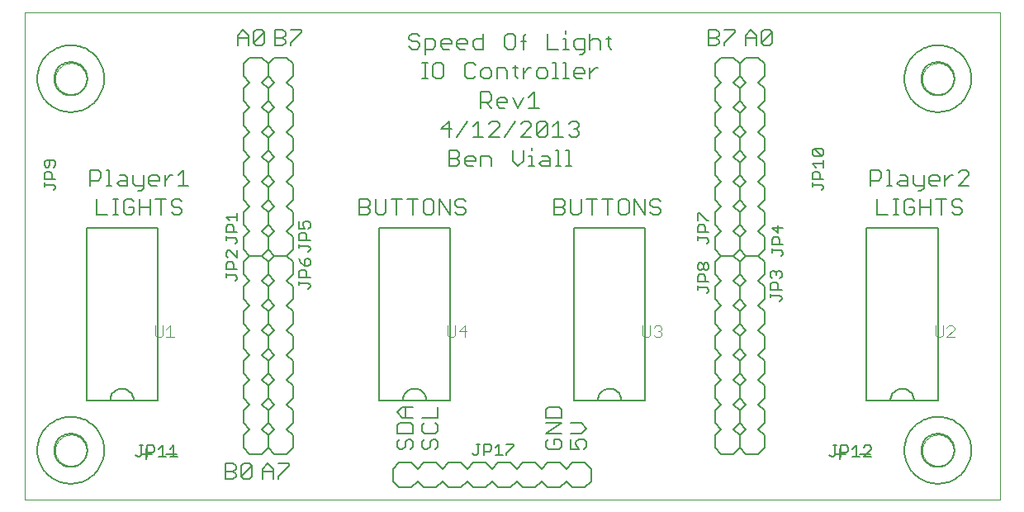
<source format=gto>
G75*
G70*
%OFA0B0*%
%FSLAX24Y24*%
%IPPOS*%
%LPD*%
%AMOC8*
5,1,8,0,0,1.08239X$1,22.5*
%
%ADD10C,0.0000*%
%ADD11C,0.0060*%
%ADD12C,0.0080*%
%ADD13C,0.0050*%
%ADD14C,0.0040*%
D10*
X000190Y000180D02*
X039561Y000180D01*
X039561Y019865D01*
X000190Y019865D01*
X000190Y000180D01*
X001431Y002180D02*
X001433Y002230D01*
X001439Y002280D01*
X001449Y002329D01*
X001463Y002377D01*
X001480Y002424D01*
X001501Y002469D01*
X001526Y002513D01*
X001554Y002554D01*
X001586Y002593D01*
X001620Y002630D01*
X001657Y002664D01*
X001697Y002694D01*
X001739Y002721D01*
X001783Y002745D01*
X001829Y002766D01*
X001876Y002782D01*
X001924Y002795D01*
X001974Y002804D01*
X002023Y002809D01*
X002074Y002810D01*
X002124Y002807D01*
X002173Y002800D01*
X002222Y002789D01*
X002270Y002774D01*
X002316Y002756D01*
X002361Y002734D01*
X002404Y002708D01*
X002445Y002679D01*
X002484Y002647D01*
X002520Y002612D01*
X002552Y002574D01*
X002582Y002534D01*
X002609Y002491D01*
X002632Y002447D01*
X002651Y002401D01*
X002667Y002353D01*
X002679Y002304D01*
X002687Y002255D01*
X002691Y002205D01*
X002691Y002155D01*
X002687Y002105D01*
X002679Y002056D01*
X002667Y002007D01*
X002651Y001959D01*
X002632Y001913D01*
X002609Y001869D01*
X002582Y001826D01*
X002552Y001786D01*
X002520Y001748D01*
X002484Y001713D01*
X002445Y001681D01*
X002404Y001652D01*
X002361Y001626D01*
X002316Y001604D01*
X002270Y001586D01*
X002222Y001571D01*
X002173Y001560D01*
X002124Y001553D01*
X002074Y001550D01*
X002023Y001551D01*
X001974Y001556D01*
X001924Y001565D01*
X001876Y001578D01*
X001829Y001594D01*
X001783Y001615D01*
X001739Y001639D01*
X001697Y001666D01*
X001657Y001696D01*
X001620Y001730D01*
X001586Y001767D01*
X001554Y001806D01*
X001526Y001847D01*
X001501Y001891D01*
X001480Y001936D01*
X001463Y001983D01*
X001449Y002031D01*
X001439Y002080D01*
X001433Y002130D01*
X001431Y002180D01*
X001431Y017180D02*
X001433Y017230D01*
X001439Y017280D01*
X001449Y017329D01*
X001463Y017377D01*
X001480Y017424D01*
X001501Y017469D01*
X001526Y017513D01*
X001554Y017554D01*
X001586Y017593D01*
X001620Y017630D01*
X001657Y017664D01*
X001697Y017694D01*
X001739Y017721D01*
X001783Y017745D01*
X001829Y017766D01*
X001876Y017782D01*
X001924Y017795D01*
X001974Y017804D01*
X002023Y017809D01*
X002074Y017810D01*
X002124Y017807D01*
X002173Y017800D01*
X002222Y017789D01*
X002270Y017774D01*
X002316Y017756D01*
X002361Y017734D01*
X002404Y017708D01*
X002445Y017679D01*
X002484Y017647D01*
X002520Y017612D01*
X002552Y017574D01*
X002582Y017534D01*
X002609Y017491D01*
X002632Y017447D01*
X002651Y017401D01*
X002667Y017353D01*
X002679Y017304D01*
X002687Y017255D01*
X002691Y017205D01*
X002691Y017155D01*
X002687Y017105D01*
X002679Y017056D01*
X002667Y017007D01*
X002651Y016959D01*
X002632Y016913D01*
X002609Y016869D01*
X002582Y016826D01*
X002552Y016786D01*
X002520Y016748D01*
X002484Y016713D01*
X002445Y016681D01*
X002404Y016652D01*
X002361Y016626D01*
X002316Y016604D01*
X002270Y016586D01*
X002222Y016571D01*
X002173Y016560D01*
X002124Y016553D01*
X002074Y016550D01*
X002023Y016551D01*
X001974Y016556D01*
X001924Y016565D01*
X001876Y016578D01*
X001829Y016594D01*
X001783Y016615D01*
X001739Y016639D01*
X001697Y016666D01*
X001657Y016696D01*
X001620Y016730D01*
X001586Y016767D01*
X001554Y016806D01*
X001526Y016847D01*
X001501Y016891D01*
X001480Y016936D01*
X001463Y016983D01*
X001449Y017031D01*
X001439Y017080D01*
X001433Y017130D01*
X001431Y017180D01*
X036431Y017180D02*
X036433Y017230D01*
X036439Y017280D01*
X036449Y017329D01*
X036463Y017377D01*
X036480Y017424D01*
X036501Y017469D01*
X036526Y017513D01*
X036554Y017554D01*
X036586Y017593D01*
X036620Y017630D01*
X036657Y017664D01*
X036697Y017694D01*
X036739Y017721D01*
X036783Y017745D01*
X036829Y017766D01*
X036876Y017782D01*
X036924Y017795D01*
X036974Y017804D01*
X037023Y017809D01*
X037074Y017810D01*
X037124Y017807D01*
X037173Y017800D01*
X037222Y017789D01*
X037270Y017774D01*
X037316Y017756D01*
X037361Y017734D01*
X037404Y017708D01*
X037445Y017679D01*
X037484Y017647D01*
X037520Y017612D01*
X037552Y017574D01*
X037582Y017534D01*
X037609Y017491D01*
X037632Y017447D01*
X037651Y017401D01*
X037667Y017353D01*
X037679Y017304D01*
X037687Y017255D01*
X037691Y017205D01*
X037691Y017155D01*
X037687Y017105D01*
X037679Y017056D01*
X037667Y017007D01*
X037651Y016959D01*
X037632Y016913D01*
X037609Y016869D01*
X037582Y016826D01*
X037552Y016786D01*
X037520Y016748D01*
X037484Y016713D01*
X037445Y016681D01*
X037404Y016652D01*
X037361Y016626D01*
X037316Y016604D01*
X037270Y016586D01*
X037222Y016571D01*
X037173Y016560D01*
X037124Y016553D01*
X037074Y016550D01*
X037023Y016551D01*
X036974Y016556D01*
X036924Y016565D01*
X036876Y016578D01*
X036829Y016594D01*
X036783Y016615D01*
X036739Y016639D01*
X036697Y016666D01*
X036657Y016696D01*
X036620Y016730D01*
X036586Y016767D01*
X036554Y016806D01*
X036526Y016847D01*
X036501Y016891D01*
X036480Y016936D01*
X036463Y016983D01*
X036449Y017031D01*
X036439Y017080D01*
X036433Y017130D01*
X036431Y017180D01*
X036431Y002180D02*
X036433Y002230D01*
X036439Y002280D01*
X036449Y002329D01*
X036463Y002377D01*
X036480Y002424D01*
X036501Y002469D01*
X036526Y002513D01*
X036554Y002554D01*
X036586Y002593D01*
X036620Y002630D01*
X036657Y002664D01*
X036697Y002694D01*
X036739Y002721D01*
X036783Y002745D01*
X036829Y002766D01*
X036876Y002782D01*
X036924Y002795D01*
X036974Y002804D01*
X037023Y002809D01*
X037074Y002810D01*
X037124Y002807D01*
X037173Y002800D01*
X037222Y002789D01*
X037270Y002774D01*
X037316Y002756D01*
X037361Y002734D01*
X037404Y002708D01*
X037445Y002679D01*
X037484Y002647D01*
X037520Y002612D01*
X037552Y002574D01*
X037582Y002534D01*
X037609Y002491D01*
X037632Y002447D01*
X037651Y002401D01*
X037667Y002353D01*
X037679Y002304D01*
X037687Y002255D01*
X037691Y002205D01*
X037691Y002155D01*
X037687Y002105D01*
X037679Y002056D01*
X037667Y002007D01*
X037651Y001959D01*
X037632Y001913D01*
X037609Y001869D01*
X037582Y001826D01*
X037552Y001786D01*
X037520Y001748D01*
X037484Y001713D01*
X037445Y001681D01*
X037404Y001652D01*
X037361Y001626D01*
X037316Y001604D01*
X037270Y001586D01*
X037222Y001571D01*
X037173Y001560D01*
X037124Y001553D01*
X037074Y001550D01*
X037023Y001551D01*
X036974Y001556D01*
X036924Y001565D01*
X036876Y001578D01*
X036829Y001594D01*
X036783Y001615D01*
X036739Y001639D01*
X036697Y001666D01*
X036657Y001696D01*
X036620Y001730D01*
X036586Y001767D01*
X036554Y001806D01*
X036526Y001847D01*
X036501Y001891D01*
X036480Y001936D01*
X036463Y001983D01*
X036449Y002031D01*
X036439Y002080D01*
X036433Y002130D01*
X036431Y002180D01*
D11*
X035711Y002180D02*
X035713Y002253D01*
X035719Y002326D01*
X035729Y002398D01*
X035743Y002470D01*
X035760Y002541D01*
X035782Y002611D01*
X035807Y002680D01*
X035836Y002747D01*
X035868Y002812D01*
X035904Y002876D01*
X035944Y002938D01*
X035986Y002997D01*
X036032Y003054D01*
X036081Y003108D01*
X036133Y003160D01*
X036187Y003209D01*
X036244Y003255D01*
X036303Y003297D01*
X036365Y003337D01*
X036429Y003373D01*
X036494Y003405D01*
X036561Y003434D01*
X036630Y003459D01*
X036700Y003481D01*
X036771Y003498D01*
X036843Y003512D01*
X036915Y003522D01*
X036988Y003528D01*
X037061Y003530D01*
X037134Y003528D01*
X037207Y003522D01*
X037279Y003512D01*
X037351Y003498D01*
X037422Y003481D01*
X037492Y003459D01*
X037561Y003434D01*
X037628Y003405D01*
X037693Y003373D01*
X037757Y003337D01*
X037819Y003297D01*
X037878Y003255D01*
X037935Y003209D01*
X037989Y003160D01*
X038041Y003108D01*
X038090Y003054D01*
X038136Y002997D01*
X038178Y002938D01*
X038218Y002876D01*
X038254Y002812D01*
X038286Y002747D01*
X038315Y002680D01*
X038340Y002611D01*
X038362Y002541D01*
X038379Y002470D01*
X038393Y002398D01*
X038403Y002326D01*
X038409Y002253D01*
X038411Y002180D01*
X038409Y002107D01*
X038403Y002034D01*
X038393Y001962D01*
X038379Y001890D01*
X038362Y001819D01*
X038340Y001749D01*
X038315Y001680D01*
X038286Y001613D01*
X038254Y001548D01*
X038218Y001484D01*
X038178Y001422D01*
X038136Y001363D01*
X038090Y001306D01*
X038041Y001252D01*
X037989Y001200D01*
X037935Y001151D01*
X037878Y001105D01*
X037819Y001063D01*
X037757Y001023D01*
X037693Y000987D01*
X037628Y000955D01*
X037561Y000926D01*
X037492Y000901D01*
X037422Y000879D01*
X037351Y000862D01*
X037279Y000848D01*
X037207Y000838D01*
X037134Y000832D01*
X037061Y000830D01*
X036988Y000832D01*
X036915Y000838D01*
X036843Y000848D01*
X036771Y000862D01*
X036700Y000879D01*
X036630Y000901D01*
X036561Y000926D01*
X036494Y000955D01*
X036429Y000987D01*
X036365Y001023D01*
X036303Y001063D01*
X036244Y001105D01*
X036187Y001151D01*
X036133Y001200D01*
X036081Y001252D01*
X036032Y001306D01*
X035986Y001363D01*
X035944Y001422D01*
X035904Y001484D01*
X035868Y001548D01*
X035836Y001613D01*
X035807Y001680D01*
X035782Y001749D01*
X035760Y001819D01*
X035743Y001890D01*
X035729Y001962D01*
X035719Y002034D01*
X035713Y002107D01*
X035711Y002180D01*
X034325Y002030D02*
X033898Y002030D01*
X033325Y002030D02*
X032898Y002030D01*
X033112Y001817D02*
X033112Y002244D01*
X022881Y002317D02*
X022774Y002210D01*
X022881Y002317D02*
X022881Y002530D01*
X022774Y002637D01*
X022560Y002637D01*
X022454Y002530D01*
X022454Y002424D01*
X022560Y002210D01*
X022240Y002210D01*
X022240Y002637D01*
X022240Y002855D02*
X022667Y002855D01*
X022881Y003068D01*
X022667Y003282D01*
X022240Y003282D01*
X021881Y003282D02*
X021240Y003282D01*
X021240Y003499D02*
X021240Y003819D01*
X021347Y003926D01*
X021774Y003926D01*
X021881Y003819D01*
X021881Y003499D01*
X021240Y003499D01*
X021240Y002855D02*
X021881Y003282D01*
X021881Y002855D02*
X021240Y002855D01*
X021347Y002637D02*
X021240Y002530D01*
X021240Y002317D01*
X021347Y002210D01*
X021774Y002210D01*
X021881Y002317D01*
X021881Y002530D01*
X021774Y002637D01*
X021560Y002637D01*
X021560Y002424D01*
X016881Y002530D02*
X016881Y002317D01*
X016774Y002210D01*
X016560Y002317D02*
X016560Y002530D01*
X016667Y002637D01*
X016774Y002637D01*
X016881Y002530D01*
X016560Y002317D02*
X016454Y002210D01*
X016347Y002210D01*
X016240Y002317D01*
X016240Y002530D01*
X016347Y002637D01*
X016347Y002855D02*
X016240Y002961D01*
X016240Y003175D01*
X016347Y003282D01*
X016240Y003499D02*
X016881Y003499D01*
X016881Y003926D01*
X016774Y003282D02*
X016881Y003175D01*
X016881Y002961D01*
X016774Y002855D01*
X016347Y002855D01*
X015881Y002855D02*
X015881Y003175D01*
X015774Y003282D01*
X015347Y003282D01*
X015240Y003175D01*
X015240Y002855D01*
X015881Y002855D01*
X015774Y002637D02*
X015881Y002530D01*
X015881Y002317D01*
X015774Y002210D01*
X015560Y002317D02*
X015560Y002530D01*
X015667Y002637D01*
X015774Y002637D01*
X015347Y002637D02*
X015240Y002530D01*
X015240Y002317D01*
X015347Y002210D01*
X015454Y002210D01*
X015560Y002317D01*
X015560Y003499D02*
X015560Y003926D01*
X015454Y003926D02*
X015881Y003926D01*
X015454Y003926D02*
X015240Y003713D01*
X015454Y003499D01*
X015881Y003499D01*
X010873Y001651D02*
X010873Y001544D01*
X010446Y001117D01*
X010446Y001010D01*
X010228Y001010D02*
X010228Y001437D01*
X010015Y001651D01*
X009801Y001437D01*
X009801Y001010D01*
X009801Y001330D02*
X010228Y001330D01*
X010446Y001651D02*
X010873Y001651D01*
X009373Y001544D02*
X009373Y001117D01*
X009266Y001010D01*
X009053Y001010D01*
X008946Y001117D01*
X009373Y001544D01*
X009266Y001651D01*
X009053Y001651D01*
X008946Y001544D01*
X008946Y001117D01*
X008728Y001117D02*
X008728Y001224D01*
X008622Y001330D01*
X008301Y001330D01*
X008301Y001010D02*
X008622Y001010D01*
X008728Y001117D01*
X008622Y001330D02*
X008728Y001437D01*
X008728Y001544D01*
X008622Y001651D01*
X008301Y001651D01*
X008301Y001010D01*
X006325Y002030D02*
X005898Y002030D01*
X005325Y002030D02*
X004898Y002030D01*
X005112Y001817D02*
X005112Y002244D01*
X000711Y002180D02*
X000713Y002253D01*
X000719Y002326D01*
X000729Y002398D01*
X000743Y002470D01*
X000760Y002541D01*
X000782Y002611D01*
X000807Y002680D01*
X000836Y002747D01*
X000868Y002812D01*
X000904Y002876D01*
X000944Y002938D01*
X000986Y002997D01*
X001032Y003054D01*
X001081Y003108D01*
X001133Y003160D01*
X001187Y003209D01*
X001244Y003255D01*
X001303Y003297D01*
X001365Y003337D01*
X001429Y003373D01*
X001494Y003405D01*
X001561Y003434D01*
X001630Y003459D01*
X001700Y003481D01*
X001771Y003498D01*
X001843Y003512D01*
X001915Y003522D01*
X001988Y003528D01*
X002061Y003530D01*
X002134Y003528D01*
X002207Y003522D01*
X002279Y003512D01*
X002351Y003498D01*
X002422Y003481D01*
X002492Y003459D01*
X002561Y003434D01*
X002628Y003405D01*
X002693Y003373D01*
X002757Y003337D01*
X002819Y003297D01*
X002878Y003255D01*
X002935Y003209D01*
X002989Y003160D01*
X003041Y003108D01*
X003090Y003054D01*
X003136Y002997D01*
X003178Y002938D01*
X003218Y002876D01*
X003254Y002812D01*
X003286Y002747D01*
X003315Y002680D01*
X003340Y002611D01*
X003362Y002541D01*
X003379Y002470D01*
X003393Y002398D01*
X003403Y002326D01*
X003409Y002253D01*
X003411Y002180D01*
X003409Y002107D01*
X003403Y002034D01*
X003393Y001962D01*
X003379Y001890D01*
X003362Y001819D01*
X003340Y001749D01*
X003315Y001680D01*
X003286Y001613D01*
X003254Y001548D01*
X003218Y001484D01*
X003178Y001422D01*
X003136Y001363D01*
X003090Y001306D01*
X003041Y001252D01*
X002989Y001200D01*
X002935Y001151D01*
X002878Y001105D01*
X002819Y001063D01*
X002757Y001023D01*
X002693Y000987D01*
X002628Y000955D01*
X002561Y000926D01*
X002492Y000901D01*
X002422Y000879D01*
X002351Y000862D01*
X002279Y000848D01*
X002207Y000838D01*
X002134Y000832D01*
X002061Y000830D01*
X001988Y000832D01*
X001915Y000838D01*
X001843Y000848D01*
X001771Y000862D01*
X001700Y000879D01*
X001630Y000901D01*
X001561Y000926D01*
X001494Y000955D01*
X001429Y000987D01*
X001365Y001023D01*
X001303Y001063D01*
X001244Y001105D01*
X001187Y001151D01*
X001133Y001200D01*
X001081Y001252D01*
X001032Y001306D01*
X000986Y001363D01*
X000944Y001422D01*
X000904Y001484D01*
X000868Y001548D01*
X000836Y001613D01*
X000807Y001680D01*
X000782Y001749D01*
X000760Y001819D01*
X000743Y001890D01*
X000729Y001962D01*
X000719Y002034D01*
X000713Y002107D01*
X000711Y002180D01*
X003119Y011671D02*
X003546Y011671D01*
X003763Y011671D02*
X003977Y011671D01*
X003870Y011671D02*
X003870Y012312D01*
X003763Y012312D02*
X003977Y012312D01*
X004193Y012205D02*
X004300Y012312D01*
X004513Y012312D01*
X004620Y012205D01*
X004620Y011991D02*
X004406Y011991D01*
X004620Y011991D02*
X004620Y011778D01*
X004513Y011671D01*
X004300Y011671D01*
X004193Y011778D01*
X004193Y012205D01*
X004837Y012312D02*
X004837Y011671D01*
X004837Y011991D02*
X005264Y011991D01*
X005264Y011671D02*
X005264Y012312D01*
X005482Y012312D02*
X005909Y012312D01*
X005696Y012312D02*
X005696Y011671D01*
X006127Y011778D02*
X006233Y011671D01*
X006447Y011671D01*
X006554Y011778D01*
X006554Y011885D01*
X006447Y011991D01*
X006233Y011991D01*
X006127Y012098D01*
X006127Y012205D01*
X006233Y012312D01*
X006447Y012312D01*
X006554Y012205D01*
X006609Y012852D02*
X006609Y013493D01*
X006395Y013279D01*
X006178Y013279D02*
X006072Y013279D01*
X005858Y013066D01*
X005858Y013279D02*
X005858Y012852D01*
X005640Y013066D02*
X005213Y013066D01*
X005213Y013172D02*
X005320Y013279D01*
X005534Y013279D01*
X005640Y013172D01*
X005640Y013066D01*
X005534Y012852D02*
X005320Y012852D01*
X005213Y012959D01*
X005213Y013172D01*
X004996Y013279D02*
X004996Y012745D01*
X004889Y012639D01*
X004782Y012639D01*
X004676Y012852D02*
X004996Y012852D01*
X004676Y012852D02*
X004569Y012959D01*
X004569Y013279D01*
X004351Y013172D02*
X004351Y012852D01*
X004031Y012852D01*
X003924Y012959D01*
X004031Y013066D01*
X004351Y013066D01*
X004351Y013172D02*
X004245Y013279D01*
X004031Y013279D01*
X003601Y013493D02*
X003601Y012852D01*
X003495Y012852D02*
X003708Y012852D01*
X003277Y013172D02*
X003170Y013066D01*
X002850Y013066D01*
X002850Y012852D02*
X002850Y013493D01*
X003170Y013493D01*
X003277Y013386D01*
X003277Y013172D01*
X003495Y013493D02*
X003601Y013493D01*
X003119Y012312D02*
X003119Y011671D01*
X006395Y012852D02*
X006822Y012852D01*
X013713Y012312D02*
X013713Y011671D01*
X014033Y011671D01*
X014140Y011778D01*
X014140Y011885D01*
X014033Y011991D01*
X013713Y011991D01*
X014033Y011991D02*
X014140Y012098D01*
X014140Y012205D01*
X014033Y012312D01*
X013713Y012312D01*
X014357Y012312D02*
X014357Y011778D01*
X014464Y011671D01*
X014677Y011671D01*
X014784Y011778D01*
X014784Y012312D01*
X015002Y012312D02*
X015429Y012312D01*
X015215Y012312D02*
X015215Y011671D01*
X015860Y011671D02*
X015860Y012312D01*
X016073Y012312D02*
X015646Y012312D01*
X016291Y012205D02*
X016291Y011778D01*
X016398Y011671D01*
X016611Y011671D01*
X016718Y011778D01*
X016718Y012205D01*
X016611Y012312D01*
X016398Y012312D01*
X016291Y012205D01*
X016935Y012312D02*
X016935Y011671D01*
X017362Y011671D02*
X017362Y012312D01*
X017580Y012205D02*
X017580Y012098D01*
X017687Y011991D01*
X017900Y011991D01*
X018007Y011885D01*
X018007Y011778D01*
X017900Y011671D01*
X017687Y011671D01*
X017580Y011778D01*
X017362Y011671D02*
X016935Y012312D01*
X017580Y012205D02*
X017687Y012312D01*
X017900Y012312D01*
X018007Y012205D01*
X018079Y013640D02*
X017972Y013746D01*
X017972Y013960D01*
X018079Y014067D01*
X018292Y014067D01*
X018399Y013960D01*
X018399Y013853D01*
X017972Y013853D01*
X017754Y013853D02*
X017754Y013746D01*
X017648Y013640D01*
X017327Y013640D01*
X017327Y014280D01*
X017648Y014280D01*
X017754Y014173D01*
X017754Y014067D01*
X017648Y013960D01*
X017327Y013960D01*
X017648Y013960D02*
X017754Y013853D01*
X018079Y013640D02*
X018292Y013640D01*
X018616Y013640D02*
X018616Y014067D01*
X018937Y014067D01*
X019043Y013960D01*
X019043Y013640D01*
X019906Y013853D02*
X019906Y014280D01*
X020333Y014280D02*
X020333Y013853D01*
X020119Y013640D01*
X019906Y013853D01*
X020550Y013640D02*
X020764Y013640D01*
X020657Y013640D02*
X020657Y014067D01*
X020550Y014067D01*
X020657Y014280D02*
X020657Y014387D01*
X020655Y014821D02*
X020228Y014821D01*
X020655Y015248D01*
X020655Y015354D01*
X020548Y015461D01*
X020335Y015461D01*
X020228Y015354D01*
X020010Y015461D02*
X019583Y014821D01*
X019366Y014821D02*
X018939Y014821D01*
X019366Y015248D01*
X019366Y015354D01*
X019259Y015461D01*
X019045Y015461D01*
X018939Y015354D01*
X018508Y015461D02*
X018508Y014821D01*
X018721Y014821D02*
X018294Y014821D01*
X017650Y014821D02*
X018077Y015461D01*
X018294Y015248D02*
X018508Y015461D01*
X018616Y016002D02*
X018616Y016642D01*
X018937Y016642D01*
X019043Y016536D01*
X019043Y016322D01*
X018937Y016215D01*
X018616Y016215D01*
X018830Y016215D02*
X019043Y016002D01*
X019261Y016108D02*
X019261Y016322D01*
X019368Y016429D01*
X019581Y016429D01*
X019688Y016322D01*
X019688Y016215D01*
X019261Y016215D01*
X019261Y016108D02*
X019368Y016002D01*
X019581Y016002D01*
X019906Y016429D02*
X020119Y016002D01*
X020333Y016429D01*
X020550Y016429D02*
X020764Y016642D01*
X020764Y016002D01*
X020977Y016002D02*
X020550Y016002D01*
X020979Y015461D02*
X021193Y015461D01*
X021299Y015354D01*
X020872Y014927D01*
X020979Y014821D01*
X021193Y014821D01*
X021299Y014927D01*
X021299Y015354D01*
X021517Y015248D02*
X021730Y015461D01*
X021730Y014821D01*
X021517Y014821D02*
X021944Y014821D01*
X022161Y014927D02*
X022268Y014821D01*
X022482Y014821D01*
X022588Y014927D01*
X022588Y015034D01*
X022482Y015141D01*
X022375Y015141D01*
X022482Y015141D02*
X022588Y015248D01*
X022588Y015354D01*
X022482Y015461D01*
X022268Y015461D01*
X022161Y015354D01*
X020979Y015461D02*
X020872Y015354D01*
X020872Y014927D01*
X021624Y014280D02*
X021731Y014280D01*
X021731Y013640D01*
X021624Y013640D02*
X021838Y013640D01*
X022054Y013640D02*
X022268Y013640D01*
X022161Y013640D02*
X022161Y014280D01*
X022054Y014280D01*
X021407Y013960D02*
X021407Y013640D01*
X021087Y013640D01*
X020980Y013746D01*
X021087Y013853D01*
X021407Y013853D01*
X021407Y013960D02*
X021300Y014067D01*
X021087Y014067D01*
X021587Y012312D02*
X021907Y012312D01*
X022014Y012205D01*
X022014Y012098D01*
X021907Y011991D01*
X021587Y011991D01*
X021907Y011991D02*
X022014Y011885D01*
X022014Y011778D01*
X021907Y011671D01*
X021587Y011671D01*
X021587Y012312D01*
X022231Y012312D02*
X022231Y011778D01*
X022338Y011671D01*
X022551Y011671D01*
X022658Y011778D01*
X022658Y012312D01*
X022876Y012312D02*
X023303Y012312D01*
X023089Y012312D02*
X023089Y011671D01*
X023734Y011671D02*
X023734Y012312D01*
X023947Y012312D02*
X023520Y012312D01*
X024165Y012205D02*
X024165Y011778D01*
X024272Y011671D01*
X024485Y011671D01*
X024592Y011778D01*
X024592Y012205D01*
X024485Y012312D01*
X024272Y012312D01*
X024165Y012205D01*
X024809Y012312D02*
X024809Y011671D01*
X025236Y011671D02*
X025236Y012312D01*
X025454Y012205D02*
X025454Y012098D01*
X025561Y011991D01*
X025774Y011991D01*
X025881Y011885D01*
X025881Y011778D01*
X025774Y011671D01*
X025561Y011671D01*
X025454Y011778D01*
X025236Y011671D02*
X024809Y012312D01*
X025454Y012205D02*
X025561Y012312D01*
X025774Y012312D01*
X025881Y012205D01*
X034346Y012852D02*
X034346Y013493D01*
X034666Y013493D01*
X034773Y013386D01*
X034773Y013172D01*
X034666Y013066D01*
X034346Y013066D01*
X034991Y012852D02*
X035204Y012852D01*
X035097Y012852D02*
X035097Y013493D01*
X034991Y013493D01*
X035527Y013279D02*
X035741Y013279D01*
X035847Y013172D01*
X035847Y012852D01*
X035527Y012852D01*
X035420Y012959D01*
X035527Y013066D01*
X035847Y013066D01*
X036065Y012959D02*
X036172Y012852D01*
X036492Y012852D01*
X036492Y012745D02*
X036385Y012639D01*
X036278Y012639D01*
X036492Y012745D02*
X036492Y013279D01*
X036710Y013172D02*
X036816Y013279D01*
X037030Y013279D01*
X037137Y013172D01*
X037137Y013066D01*
X036710Y013066D01*
X036710Y013172D02*
X036710Y012959D01*
X036816Y012852D01*
X037030Y012852D01*
X037354Y012852D02*
X037354Y013279D01*
X037354Y013066D02*
X037568Y013279D01*
X037674Y013279D01*
X037891Y013386D02*
X037998Y013493D01*
X038211Y013493D01*
X038318Y013386D01*
X038318Y013279D01*
X037891Y012852D01*
X038318Y012852D01*
X037943Y012312D02*
X037729Y012312D01*
X037623Y012205D01*
X037623Y012098D01*
X037729Y011991D01*
X037943Y011991D01*
X038050Y011885D01*
X038050Y011778D01*
X037943Y011671D01*
X037729Y011671D01*
X037623Y011778D01*
X037192Y011671D02*
X037192Y012312D01*
X037405Y012312D02*
X036978Y012312D01*
X036761Y012312D02*
X036761Y011671D01*
X036761Y011991D02*
X036334Y011991D01*
X036116Y011991D02*
X036116Y011778D01*
X036009Y011671D01*
X035796Y011671D01*
X035689Y011778D01*
X035689Y012205D01*
X035796Y012312D01*
X036009Y012312D01*
X036116Y012205D01*
X036116Y011991D02*
X035902Y011991D01*
X035473Y011671D02*
X035259Y011671D01*
X035366Y011671D02*
X035366Y012312D01*
X035259Y012312D02*
X035473Y012312D01*
X034615Y012312D02*
X034615Y011671D01*
X035042Y011671D01*
X036334Y011671D02*
X036334Y012312D01*
X036065Y012959D02*
X036065Y013279D01*
X037943Y012312D02*
X038050Y012205D01*
X035711Y017180D02*
X035713Y017253D01*
X035719Y017326D01*
X035729Y017398D01*
X035743Y017470D01*
X035760Y017541D01*
X035782Y017611D01*
X035807Y017680D01*
X035836Y017747D01*
X035868Y017812D01*
X035904Y017876D01*
X035944Y017938D01*
X035986Y017997D01*
X036032Y018054D01*
X036081Y018108D01*
X036133Y018160D01*
X036187Y018209D01*
X036244Y018255D01*
X036303Y018297D01*
X036365Y018337D01*
X036429Y018373D01*
X036494Y018405D01*
X036561Y018434D01*
X036630Y018459D01*
X036700Y018481D01*
X036771Y018498D01*
X036843Y018512D01*
X036915Y018522D01*
X036988Y018528D01*
X037061Y018530D01*
X037134Y018528D01*
X037207Y018522D01*
X037279Y018512D01*
X037351Y018498D01*
X037422Y018481D01*
X037492Y018459D01*
X037561Y018434D01*
X037628Y018405D01*
X037693Y018373D01*
X037757Y018337D01*
X037819Y018297D01*
X037878Y018255D01*
X037935Y018209D01*
X037989Y018160D01*
X038041Y018108D01*
X038090Y018054D01*
X038136Y017997D01*
X038178Y017938D01*
X038218Y017876D01*
X038254Y017812D01*
X038286Y017747D01*
X038315Y017680D01*
X038340Y017611D01*
X038362Y017541D01*
X038379Y017470D01*
X038393Y017398D01*
X038403Y017326D01*
X038409Y017253D01*
X038411Y017180D01*
X038409Y017107D01*
X038403Y017034D01*
X038393Y016962D01*
X038379Y016890D01*
X038362Y016819D01*
X038340Y016749D01*
X038315Y016680D01*
X038286Y016613D01*
X038254Y016548D01*
X038218Y016484D01*
X038178Y016422D01*
X038136Y016363D01*
X038090Y016306D01*
X038041Y016252D01*
X037989Y016200D01*
X037935Y016151D01*
X037878Y016105D01*
X037819Y016063D01*
X037757Y016023D01*
X037693Y015987D01*
X037628Y015955D01*
X037561Y015926D01*
X037492Y015901D01*
X037422Y015879D01*
X037351Y015862D01*
X037279Y015848D01*
X037207Y015838D01*
X037134Y015832D01*
X037061Y015830D01*
X036988Y015832D01*
X036915Y015838D01*
X036843Y015848D01*
X036771Y015862D01*
X036700Y015879D01*
X036630Y015901D01*
X036561Y015926D01*
X036494Y015955D01*
X036429Y015987D01*
X036365Y016023D01*
X036303Y016063D01*
X036244Y016105D01*
X036187Y016151D01*
X036133Y016200D01*
X036081Y016252D01*
X036032Y016306D01*
X035986Y016363D01*
X035944Y016422D01*
X035904Y016484D01*
X035868Y016548D01*
X035836Y016613D01*
X035807Y016680D01*
X035782Y016749D01*
X035760Y016819D01*
X035743Y016890D01*
X035729Y016962D01*
X035719Y017034D01*
X035713Y017107D01*
X035711Y017180D01*
X030373Y018617D02*
X030266Y018510D01*
X030053Y018510D01*
X029946Y018617D01*
X030373Y019044D01*
X030373Y018617D01*
X029946Y018617D02*
X029946Y019044D01*
X030053Y019151D01*
X030266Y019151D01*
X030373Y019044D01*
X029728Y018937D02*
X029728Y018510D01*
X029728Y018830D02*
X029301Y018830D01*
X029301Y018937D02*
X029301Y018510D01*
X029301Y018937D02*
X029515Y019151D01*
X029728Y018937D01*
X028873Y019044D02*
X028446Y018617D01*
X028446Y018510D01*
X028228Y018617D02*
X028122Y018510D01*
X027801Y018510D01*
X027801Y019151D01*
X028122Y019151D01*
X028228Y019044D01*
X028228Y018937D01*
X028122Y018830D01*
X027801Y018830D01*
X028122Y018830D02*
X028228Y018724D01*
X028228Y018617D01*
X028446Y019151D02*
X028873Y019151D01*
X028873Y019044D01*
X023879Y018791D02*
X023665Y018791D01*
X023772Y018898D02*
X023772Y018471D01*
X023879Y018364D01*
X023448Y018364D02*
X023448Y018684D01*
X023341Y018791D01*
X023128Y018791D01*
X023021Y018684D01*
X022803Y018791D02*
X022483Y018791D01*
X022376Y018684D01*
X022376Y018471D01*
X022483Y018364D01*
X022803Y018364D01*
X022803Y018257D02*
X022803Y018791D01*
X023021Y019004D02*
X023021Y018364D01*
X022803Y018257D02*
X022697Y018150D01*
X022590Y018150D01*
X022160Y018364D02*
X021947Y018364D01*
X022053Y018364D02*
X022053Y018791D01*
X021947Y018791D01*
X022053Y019004D02*
X022053Y019111D01*
X021302Y019004D02*
X021302Y018364D01*
X021729Y018364D01*
X021624Y017823D02*
X021624Y017183D01*
X021730Y017183D02*
X021517Y017183D01*
X021299Y017290D02*
X021299Y017503D01*
X021193Y017610D01*
X020979Y017610D01*
X020872Y017503D01*
X020872Y017290D01*
X020979Y017183D01*
X021193Y017183D01*
X021299Y017290D01*
X021517Y017823D02*
X021624Y017823D01*
X021947Y017823D02*
X022053Y017823D01*
X022053Y017183D01*
X021947Y017183D02*
X022160Y017183D01*
X022376Y017290D02*
X022376Y017503D01*
X022483Y017610D01*
X022697Y017610D01*
X022803Y017503D01*
X022803Y017396D01*
X022376Y017396D01*
X022376Y017290D02*
X022483Y017183D01*
X022697Y017183D01*
X023021Y017183D02*
X023021Y017610D01*
X023234Y017610D02*
X023021Y017396D01*
X023234Y017610D02*
X023341Y017610D01*
X020655Y017610D02*
X020549Y017610D01*
X020335Y017396D01*
X020335Y017183D02*
X020335Y017610D01*
X020119Y017610D02*
X019906Y017610D01*
X020012Y017717D02*
X020012Y017290D01*
X020119Y017183D01*
X019688Y017183D02*
X019688Y017503D01*
X019581Y017610D01*
X019261Y017610D01*
X019261Y017183D01*
X019043Y017290D02*
X019043Y017503D01*
X018937Y017610D01*
X018723Y017610D01*
X018616Y017503D01*
X018616Y017290D01*
X018723Y017183D01*
X018937Y017183D01*
X019043Y017290D01*
X018399Y017290D02*
X018292Y017183D01*
X018079Y017183D01*
X017972Y017290D01*
X017972Y017717D01*
X018079Y017823D01*
X018292Y017823D01*
X018399Y017717D01*
X018401Y018364D02*
X018294Y018471D01*
X018294Y018684D01*
X018401Y018791D01*
X018721Y018791D01*
X018721Y019004D02*
X018721Y018364D01*
X018401Y018364D01*
X018077Y018577D02*
X017650Y018577D01*
X017650Y018471D02*
X017650Y018684D01*
X017756Y018791D01*
X017970Y018791D01*
X018077Y018684D01*
X018077Y018577D01*
X017970Y018364D02*
X017756Y018364D01*
X017650Y018471D01*
X017432Y018577D02*
X017432Y018684D01*
X017325Y018791D01*
X017112Y018791D01*
X017005Y018684D01*
X017005Y018471D01*
X017112Y018364D01*
X017325Y018364D01*
X017432Y018577D02*
X017005Y018577D01*
X016788Y018471D02*
X016681Y018364D01*
X016360Y018364D01*
X016360Y018150D02*
X016360Y018791D01*
X016681Y018791D01*
X016788Y018684D01*
X016788Y018471D01*
X016143Y018471D02*
X016036Y018364D01*
X015823Y018364D01*
X015716Y018471D01*
X015823Y018684D02*
X016036Y018684D01*
X016143Y018577D01*
X016143Y018471D01*
X015823Y018684D02*
X015716Y018791D01*
X015716Y018898D01*
X015823Y019004D01*
X016036Y019004D01*
X016143Y018898D01*
X016253Y017823D02*
X016467Y017823D01*
X016360Y017823D02*
X016360Y017183D01*
X016253Y017183D02*
X016467Y017183D01*
X016683Y017290D02*
X016790Y017183D01*
X017003Y017183D01*
X017110Y017290D01*
X017110Y017717D01*
X017003Y017823D01*
X016790Y017823D01*
X016683Y017717D01*
X016683Y017290D01*
X019583Y018471D02*
X019583Y018898D01*
X019690Y019004D01*
X019904Y019004D01*
X020010Y018898D01*
X020010Y018471D01*
X019904Y018364D01*
X019690Y018364D01*
X019583Y018471D01*
X020228Y018684D02*
X020441Y018684D01*
X020335Y018898D02*
X020441Y019004D01*
X020335Y018898D02*
X020335Y018364D01*
X017325Y015461D02*
X017005Y015141D01*
X017432Y015141D01*
X017325Y014821D02*
X017325Y015461D01*
X011373Y019044D02*
X010946Y018617D01*
X010946Y018510D01*
X010728Y018617D02*
X010728Y018724D01*
X010622Y018830D01*
X010301Y018830D01*
X010301Y018510D02*
X010622Y018510D01*
X010728Y018617D01*
X010622Y018830D02*
X010728Y018937D01*
X010728Y019044D01*
X010622Y019151D01*
X010301Y019151D01*
X010301Y018510D01*
X009873Y018617D02*
X009766Y018510D01*
X009553Y018510D01*
X009446Y018617D01*
X009873Y019044D01*
X009873Y018617D01*
X009446Y018617D02*
X009446Y019044D01*
X009553Y019151D01*
X009766Y019151D01*
X009873Y019044D01*
X009228Y018937D02*
X009228Y018510D01*
X009228Y018830D02*
X008801Y018830D01*
X008801Y018937D02*
X008801Y018510D01*
X008801Y018937D02*
X009015Y019151D01*
X009228Y018937D01*
X010946Y019151D02*
X011373Y019151D01*
X011373Y019044D01*
X000711Y017180D02*
X000713Y017253D01*
X000719Y017326D01*
X000729Y017398D01*
X000743Y017470D01*
X000760Y017541D01*
X000782Y017611D01*
X000807Y017680D01*
X000836Y017747D01*
X000868Y017812D01*
X000904Y017876D01*
X000944Y017938D01*
X000986Y017997D01*
X001032Y018054D01*
X001081Y018108D01*
X001133Y018160D01*
X001187Y018209D01*
X001244Y018255D01*
X001303Y018297D01*
X001365Y018337D01*
X001429Y018373D01*
X001494Y018405D01*
X001561Y018434D01*
X001630Y018459D01*
X001700Y018481D01*
X001771Y018498D01*
X001843Y018512D01*
X001915Y018522D01*
X001988Y018528D01*
X002061Y018530D01*
X002134Y018528D01*
X002207Y018522D01*
X002279Y018512D01*
X002351Y018498D01*
X002422Y018481D01*
X002492Y018459D01*
X002561Y018434D01*
X002628Y018405D01*
X002693Y018373D01*
X002757Y018337D01*
X002819Y018297D01*
X002878Y018255D01*
X002935Y018209D01*
X002989Y018160D01*
X003041Y018108D01*
X003090Y018054D01*
X003136Y017997D01*
X003178Y017938D01*
X003218Y017876D01*
X003254Y017812D01*
X003286Y017747D01*
X003315Y017680D01*
X003340Y017611D01*
X003362Y017541D01*
X003379Y017470D01*
X003393Y017398D01*
X003403Y017326D01*
X003409Y017253D01*
X003411Y017180D01*
X003409Y017107D01*
X003403Y017034D01*
X003393Y016962D01*
X003379Y016890D01*
X003362Y016819D01*
X003340Y016749D01*
X003315Y016680D01*
X003286Y016613D01*
X003254Y016548D01*
X003218Y016484D01*
X003178Y016422D01*
X003136Y016363D01*
X003090Y016306D01*
X003041Y016252D01*
X002989Y016200D01*
X002935Y016151D01*
X002878Y016105D01*
X002819Y016063D01*
X002757Y016023D01*
X002693Y015987D01*
X002628Y015955D01*
X002561Y015926D01*
X002492Y015901D01*
X002422Y015879D01*
X002351Y015862D01*
X002279Y015848D01*
X002207Y015838D01*
X002134Y015832D01*
X002061Y015830D01*
X001988Y015832D01*
X001915Y015838D01*
X001843Y015848D01*
X001771Y015862D01*
X001700Y015879D01*
X001630Y015901D01*
X001561Y015926D01*
X001494Y015955D01*
X001429Y015987D01*
X001365Y016023D01*
X001303Y016063D01*
X001244Y016105D01*
X001187Y016151D01*
X001133Y016200D01*
X001081Y016252D01*
X001032Y016306D01*
X000986Y016363D01*
X000944Y016422D01*
X000904Y016484D01*
X000868Y016548D01*
X000836Y016613D01*
X000807Y016680D01*
X000782Y016749D01*
X000760Y016819D01*
X000743Y016890D01*
X000729Y016962D01*
X000719Y017034D01*
X000713Y017107D01*
X000711Y017180D01*
D12*
X001392Y017180D02*
X001394Y017231D01*
X001400Y017282D01*
X001410Y017332D01*
X001423Y017382D01*
X001441Y017430D01*
X001461Y017477D01*
X001486Y017522D01*
X001514Y017565D01*
X001545Y017606D01*
X001579Y017644D01*
X001616Y017679D01*
X001655Y017712D01*
X001697Y017742D01*
X001741Y017768D01*
X001787Y017790D01*
X001835Y017810D01*
X001884Y017825D01*
X001934Y017837D01*
X001984Y017845D01*
X002035Y017849D01*
X002087Y017849D01*
X002138Y017845D01*
X002188Y017837D01*
X002238Y017825D01*
X002287Y017810D01*
X002335Y017790D01*
X002381Y017768D01*
X002425Y017742D01*
X002467Y017712D01*
X002506Y017679D01*
X002543Y017644D01*
X002577Y017606D01*
X002608Y017565D01*
X002636Y017522D01*
X002661Y017477D01*
X002681Y017430D01*
X002699Y017382D01*
X002712Y017332D01*
X002722Y017282D01*
X002728Y017231D01*
X002730Y017180D01*
X002728Y017129D01*
X002722Y017078D01*
X002712Y017028D01*
X002699Y016978D01*
X002681Y016930D01*
X002661Y016883D01*
X002636Y016838D01*
X002608Y016795D01*
X002577Y016754D01*
X002543Y016716D01*
X002506Y016681D01*
X002467Y016648D01*
X002425Y016618D01*
X002381Y016592D01*
X002335Y016570D01*
X002287Y016550D01*
X002238Y016535D01*
X002188Y016523D01*
X002138Y016515D01*
X002087Y016511D01*
X002035Y016511D01*
X001984Y016515D01*
X001934Y016523D01*
X001884Y016535D01*
X001835Y016550D01*
X001787Y016570D01*
X001741Y016592D01*
X001697Y016618D01*
X001655Y016648D01*
X001616Y016681D01*
X001579Y016716D01*
X001545Y016754D01*
X001514Y016795D01*
X001486Y016838D01*
X001461Y016883D01*
X001441Y016930D01*
X001423Y016978D01*
X001410Y017028D01*
X001400Y017078D01*
X001394Y017129D01*
X001392Y017180D01*
X009033Y017273D02*
X009283Y017023D01*
X009033Y016773D01*
X009033Y016273D01*
X009283Y016023D01*
X009033Y015773D01*
X009033Y015273D01*
X009283Y015023D01*
X009033Y014773D01*
X009033Y014273D01*
X009283Y014023D01*
X009033Y013773D01*
X009033Y013273D01*
X009283Y013023D01*
X009033Y012773D01*
X009033Y012273D01*
X009283Y012023D01*
X009033Y011773D01*
X009033Y011273D01*
X009283Y011023D01*
X009033Y010773D01*
X009033Y010273D01*
X009283Y010023D01*
X009033Y009773D01*
X009033Y009273D01*
X009283Y009023D01*
X009033Y008773D01*
X009033Y008273D01*
X009283Y008023D01*
X009033Y007773D01*
X009033Y007273D01*
X009283Y007023D01*
X009033Y006773D01*
X009033Y006273D01*
X009283Y006023D01*
X009033Y005773D01*
X009033Y005273D01*
X009283Y005023D01*
X009033Y004773D01*
X009033Y004273D01*
X009283Y004023D01*
X009033Y003773D01*
X009033Y003273D01*
X009283Y003023D01*
X009033Y002773D01*
X009033Y002273D01*
X009283Y002023D01*
X009783Y002023D01*
X010033Y002273D01*
X010283Y002023D01*
X010783Y002023D01*
X011033Y002273D01*
X011033Y002773D01*
X010783Y003023D01*
X011033Y003273D01*
X011033Y003773D01*
X010783Y004023D01*
X011033Y004273D01*
X011033Y004773D01*
X010783Y005023D01*
X011033Y005273D01*
X011033Y005773D01*
X010783Y006023D01*
X011033Y006273D01*
X011033Y006773D01*
X010783Y007023D01*
X011033Y007273D01*
X011033Y007773D01*
X010783Y008023D01*
X011033Y008273D01*
X011033Y008773D01*
X010783Y009023D01*
X011033Y009273D01*
X011033Y009773D01*
X010783Y010023D01*
X010283Y010023D01*
X010033Y009773D01*
X010033Y009273D01*
X010283Y009023D01*
X010033Y008773D01*
X010033Y008273D01*
X010283Y008023D01*
X010033Y007773D01*
X010033Y007273D01*
X010283Y007023D01*
X010033Y006773D01*
X010033Y006273D01*
X010283Y006023D01*
X010033Y005773D01*
X010033Y005273D01*
X010283Y005023D01*
X010033Y004773D01*
X010033Y004273D01*
X010283Y004023D01*
X010033Y003773D01*
X010033Y003273D01*
X010283Y003023D01*
X010033Y002773D01*
X010033Y002273D01*
X010033Y002773D01*
X009783Y003023D01*
X010033Y003273D01*
X010033Y003773D01*
X009783Y004023D01*
X010033Y004273D01*
X010033Y004773D01*
X009783Y005023D01*
X010033Y005273D01*
X010033Y005773D01*
X009783Y006023D01*
X010033Y006273D01*
X010033Y006773D01*
X009783Y007023D01*
X010033Y007273D01*
X010033Y007773D01*
X009783Y008023D01*
X010033Y008273D01*
X010033Y008773D01*
X009783Y009023D01*
X010033Y009273D01*
X010033Y009773D01*
X009783Y010023D01*
X009283Y010023D01*
X009783Y010023D01*
X010033Y010273D01*
X010033Y010773D01*
X010283Y011023D01*
X010033Y011273D01*
X010033Y011773D01*
X010283Y012023D01*
X010033Y012273D01*
X010033Y012773D01*
X010283Y013023D01*
X010033Y013273D01*
X010033Y013773D01*
X010283Y014023D01*
X010033Y014273D01*
X010033Y014773D01*
X010283Y015023D01*
X010033Y015273D01*
X010033Y015773D01*
X010283Y016023D01*
X010033Y016273D01*
X010033Y016773D01*
X010283Y017023D01*
X010033Y017273D01*
X010033Y017773D01*
X010283Y018023D01*
X010783Y018023D01*
X011033Y017773D01*
X011033Y017273D01*
X010783Y017023D01*
X011033Y016773D01*
X011033Y016273D01*
X010783Y016023D01*
X011033Y015773D01*
X011033Y015273D01*
X010783Y015023D01*
X011033Y014773D01*
X011033Y014273D01*
X010783Y014023D01*
X011033Y013773D01*
X011033Y013273D01*
X010783Y013023D01*
X011033Y012773D01*
X011033Y012273D01*
X010783Y012023D01*
X011033Y011773D01*
X011033Y011273D01*
X010783Y011023D01*
X011033Y010773D01*
X011033Y010273D01*
X010783Y010023D01*
X010283Y010023D01*
X010033Y010273D01*
X010033Y010773D01*
X009783Y011023D01*
X010033Y011273D01*
X010033Y011773D01*
X009783Y012023D01*
X010033Y012273D01*
X010033Y012773D01*
X009783Y013023D01*
X010033Y013273D01*
X010033Y013773D01*
X009783Y014023D01*
X010033Y014273D01*
X010033Y014773D01*
X009783Y015023D01*
X010033Y015273D01*
X010033Y015773D01*
X009783Y016023D01*
X010033Y016273D01*
X010033Y016773D01*
X009783Y017023D01*
X010033Y017273D01*
X010033Y017773D01*
X009783Y018023D01*
X009283Y018023D01*
X009033Y017773D01*
X009033Y017273D01*
X005564Y011164D02*
X002691Y011164D01*
X002691Y004196D01*
X005564Y004196D01*
X005564Y011164D01*
X014502Y011164D02*
X014502Y004196D01*
X017375Y004196D01*
X017375Y011164D01*
X014502Y011164D01*
X022376Y011164D02*
X022376Y004196D01*
X025249Y004196D01*
X025249Y011164D01*
X022376Y011164D01*
X028061Y011273D02*
X028061Y011773D01*
X028311Y012023D01*
X028061Y012273D01*
X028061Y012773D01*
X028311Y013023D01*
X028061Y013273D01*
X028061Y013773D01*
X028311Y014023D01*
X028061Y014273D01*
X028061Y014773D01*
X028311Y015023D01*
X028061Y015273D01*
X028061Y015773D01*
X028311Y016023D01*
X028061Y016273D01*
X028061Y016773D01*
X028311Y017023D01*
X028061Y017273D01*
X028061Y017773D01*
X028311Y018023D01*
X028811Y018023D01*
X029061Y017773D01*
X029061Y017273D01*
X028811Y017023D01*
X029061Y016773D01*
X029061Y016273D01*
X028811Y016023D01*
X029061Y015773D01*
X029061Y015273D01*
X028811Y015023D01*
X029061Y014773D01*
X029061Y014273D01*
X028811Y014023D01*
X029061Y013773D01*
X029061Y013273D01*
X028811Y013023D01*
X029061Y012773D01*
X029061Y012273D01*
X028811Y012023D01*
X029061Y011773D01*
X029061Y011273D01*
X028811Y011023D01*
X029061Y010773D01*
X029061Y010273D01*
X028811Y010023D01*
X029061Y009773D01*
X029061Y009273D01*
X028811Y009023D01*
X029061Y008773D01*
X029061Y008273D01*
X028811Y008023D01*
X029061Y007773D01*
X029061Y007273D01*
X028811Y007023D01*
X029061Y006773D01*
X029061Y006273D01*
X028811Y006023D01*
X029061Y005773D01*
X029061Y005273D01*
X028811Y005023D01*
X029061Y004773D01*
X029061Y004273D01*
X028811Y004023D01*
X029061Y003773D01*
X029061Y003273D01*
X028811Y003023D01*
X029061Y002773D01*
X029061Y002273D01*
X028811Y002023D01*
X028311Y002023D01*
X028061Y002273D01*
X028061Y002773D01*
X028311Y003023D01*
X028061Y003273D01*
X028061Y003773D01*
X028311Y004023D01*
X028061Y004273D01*
X028061Y004773D01*
X028311Y005023D01*
X028061Y005273D01*
X028061Y005773D01*
X028311Y006023D01*
X028061Y006273D01*
X028061Y006773D01*
X028311Y007023D01*
X028061Y007273D01*
X028061Y007773D01*
X028311Y008023D01*
X028061Y008273D01*
X028061Y008773D01*
X028311Y009023D01*
X028061Y009273D01*
X028061Y009773D01*
X028311Y010023D01*
X028811Y010023D01*
X028311Y010023D01*
X028061Y010273D01*
X028061Y010773D01*
X028311Y011023D01*
X028061Y011273D01*
X029061Y011273D02*
X029311Y011023D01*
X029061Y010773D01*
X029061Y010273D01*
X029311Y010023D01*
X029811Y010023D01*
X030061Y010273D01*
X030061Y010773D01*
X029811Y011023D01*
X030061Y011273D01*
X030061Y011773D01*
X029811Y012023D01*
X030061Y012273D01*
X030061Y012773D01*
X029811Y013023D01*
X030061Y013273D01*
X030061Y013773D01*
X029811Y014023D01*
X030061Y014273D01*
X030061Y014773D01*
X029811Y015023D01*
X030061Y015273D01*
X030061Y015773D01*
X029811Y016023D01*
X030061Y016273D01*
X030061Y016773D01*
X029811Y017023D01*
X030061Y017273D01*
X030061Y017773D01*
X029811Y018023D01*
X029311Y018023D01*
X029061Y017773D01*
X029061Y017273D01*
X029311Y017023D01*
X029061Y016773D01*
X029061Y016273D01*
X029311Y016023D01*
X029061Y015773D01*
X029061Y015273D01*
X029311Y015023D01*
X029061Y014773D01*
X029061Y014273D01*
X029311Y014023D01*
X029061Y013773D01*
X029061Y013273D01*
X029311Y013023D01*
X029061Y012773D01*
X029061Y012273D01*
X029311Y012023D01*
X029061Y011773D01*
X029061Y011273D01*
X029311Y010023D02*
X029061Y009773D01*
X029061Y009273D01*
X029311Y009023D01*
X029061Y008773D01*
X029061Y008273D01*
X029311Y008023D01*
X029061Y007773D01*
X029061Y007273D01*
X029311Y007023D01*
X029061Y006773D01*
X029061Y006273D01*
X029311Y006023D01*
X029061Y005773D01*
X029061Y005273D01*
X029311Y005023D01*
X029061Y004773D01*
X029061Y004273D01*
X029311Y004023D01*
X029061Y003773D01*
X029061Y003273D01*
X029311Y003023D01*
X029061Y002773D01*
X029061Y002273D01*
X029311Y002023D01*
X029811Y002023D01*
X030061Y002273D01*
X030061Y002773D01*
X029811Y003023D01*
X030061Y003273D01*
X030061Y003773D01*
X029811Y004023D01*
X030061Y004273D01*
X030061Y004773D01*
X029811Y005023D01*
X030061Y005273D01*
X030061Y005773D01*
X029811Y006023D01*
X030061Y006273D01*
X030061Y006773D01*
X029811Y007023D01*
X030061Y007273D01*
X030061Y007773D01*
X029811Y008023D01*
X030061Y008273D01*
X030061Y008773D01*
X029811Y009023D01*
X030061Y009273D01*
X030061Y009773D01*
X029811Y010023D01*
X029311Y010023D01*
X034187Y011164D02*
X034187Y004196D01*
X037060Y004196D01*
X037060Y011164D01*
X034187Y011164D01*
X036392Y017180D02*
X036394Y017231D01*
X036400Y017282D01*
X036410Y017332D01*
X036423Y017382D01*
X036441Y017430D01*
X036461Y017477D01*
X036486Y017522D01*
X036514Y017565D01*
X036545Y017606D01*
X036579Y017644D01*
X036616Y017679D01*
X036655Y017712D01*
X036697Y017742D01*
X036741Y017768D01*
X036787Y017790D01*
X036835Y017810D01*
X036884Y017825D01*
X036934Y017837D01*
X036984Y017845D01*
X037035Y017849D01*
X037087Y017849D01*
X037138Y017845D01*
X037188Y017837D01*
X037238Y017825D01*
X037287Y017810D01*
X037335Y017790D01*
X037381Y017768D01*
X037425Y017742D01*
X037467Y017712D01*
X037506Y017679D01*
X037543Y017644D01*
X037577Y017606D01*
X037608Y017565D01*
X037636Y017522D01*
X037661Y017477D01*
X037681Y017430D01*
X037699Y017382D01*
X037712Y017332D01*
X037722Y017282D01*
X037728Y017231D01*
X037730Y017180D01*
X037728Y017129D01*
X037722Y017078D01*
X037712Y017028D01*
X037699Y016978D01*
X037681Y016930D01*
X037661Y016883D01*
X037636Y016838D01*
X037608Y016795D01*
X037577Y016754D01*
X037543Y016716D01*
X037506Y016681D01*
X037467Y016648D01*
X037425Y016618D01*
X037381Y016592D01*
X037335Y016570D01*
X037287Y016550D01*
X037238Y016535D01*
X037188Y016523D01*
X037138Y016515D01*
X037087Y016511D01*
X037035Y016511D01*
X036984Y016515D01*
X036934Y016523D01*
X036884Y016535D01*
X036835Y016550D01*
X036787Y016570D01*
X036741Y016592D01*
X036697Y016618D01*
X036655Y016648D01*
X036616Y016681D01*
X036579Y016716D01*
X036545Y016754D01*
X036514Y016795D01*
X036486Y016838D01*
X036461Y016883D01*
X036441Y016930D01*
X036423Y016978D01*
X036410Y017028D01*
X036400Y017078D01*
X036394Y017129D01*
X036392Y017180D01*
X036096Y004196D02*
X036094Y004238D01*
X036088Y004280D01*
X036079Y004322D01*
X036066Y004362D01*
X036049Y004401D01*
X036029Y004438D01*
X036006Y004473D01*
X035979Y004507D01*
X035950Y004537D01*
X035918Y004565D01*
X035884Y004590D01*
X035848Y004612D01*
X035810Y004630D01*
X035770Y004645D01*
X035729Y004656D01*
X035687Y004664D01*
X035645Y004668D01*
X035603Y004668D01*
X035561Y004664D01*
X035519Y004656D01*
X035478Y004645D01*
X035438Y004630D01*
X035400Y004612D01*
X035364Y004590D01*
X035330Y004565D01*
X035298Y004537D01*
X035269Y004507D01*
X035242Y004473D01*
X035219Y004438D01*
X035199Y004401D01*
X035182Y004362D01*
X035169Y004322D01*
X035160Y004280D01*
X035154Y004238D01*
X035152Y004196D01*
X036392Y002180D02*
X036394Y002231D01*
X036400Y002282D01*
X036410Y002332D01*
X036423Y002382D01*
X036441Y002430D01*
X036461Y002477D01*
X036486Y002522D01*
X036514Y002565D01*
X036545Y002606D01*
X036579Y002644D01*
X036616Y002679D01*
X036655Y002712D01*
X036697Y002742D01*
X036741Y002768D01*
X036787Y002790D01*
X036835Y002810D01*
X036884Y002825D01*
X036934Y002837D01*
X036984Y002845D01*
X037035Y002849D01*
X037087Y002849D01*
X037138Y002845D01*
X037188Y002837D01*
X037238Y002825D01*
X037287Y002810D01*
X037335Y002790D01*
X037381Y002768D01*
X037425Y002742D01*
X037467Y002712D01*
X037506Y002679D01*
X037543Y002644D01*
X037577Y002606D01*
X037608Y002565D01*
X037636Y002522D01*
X037661Y002477D01*
X037681Y002430D01*
X037699Y002382D01*
X037712Y002332D01*
X037722Y002282D01*
X037728Y002231D01*
X037730Y002180D01*
X037728Y002129D01*
X037722Y002078D01*
X037712Y002028D01*
X037699Y001978D01*
X037681Y001930D01*
X037661Y001883D01*
X037636Y001838D01*
X037608Y001795D01*
X037577Y001754D01*
X037543Y001716D01*
X037506Y001681D01*
X037467Y001648D01*
X037425Y001618D01*
X037381Y001592D01*
X037335Y001570D01*
X037287Y001550D01*
X037238Y001535D01*
X037188Y001523D01*
X037138Y001515D01*
X037087Y001511D01*
X037035Y001511D01*
X036984Y001515D01*
X036934Y001523D01*
X036884Y001535D01*
X036835Y001550D01*
X036787Y001570D01*
X036741Y001592D01*
X036697Y001618D01*
X036655Y001648D01*
X036616Y001681D01*
X036579Y001716D01*
X036545Y001754D01*
X036514Y001795D01*
X036486Y001838D01*
X036461Y001883D01*
X036441Y001930D01*
X036423Y001978D01*
X036410Y002028D01*
X036400Y002078D01*
X036394Y002129D01*
X036392Y002180D01*
X024285Y004196D02*
X024283Y004238D01*
X024277Y004280D01*
X024268Y004322D01*
X024255Y004362D01*
X024238Y004401D01*
X024218Y004438D01*
X024195Y004473D01*
X024168Y004507D01*
X024139Y004537D01*
X024107Y004565D01*
X024073Y004590D01*
X024037Y004612D01*
X023999Y004630D01*
X023959Y004645D01*
X023918Y004656D01*
X023876Y004664D01*
X023834Y004668D01*
X023792Y004668D01*
X023750Y004664D01*
X023708Y004656D01*
X023667Y004645D01*
X023627Y004630D01*
X023589Y004612D01*
X023553Y004590D01*
X023519Y004565D01*
X023487Y004537D01*
X023458Y004507D01*
X023431Y004473D01*
X023408Y004438D01*
X023388Y004401D01*
X023371Y004362D01*
X023358Y004322D01*
X023349Y004280D01*
X023343Y004238D01*
X023341Y004196D01*
X022811Y001680D02*
X022311Y001680D01*
X022061Y001430D01*
X021811Y001680D01*
X021311Y001680D01*
X021061Y001430D01*
X020811Y001680D01*
X020311Y001680D01*
X020061Y001430D01*
X019811Y001680D01*
X019311Y001680D01*
X019061Y001430D01*
X018811Y001680D01*
X018311Y001680D01*
X018061Y001430D01*
X017811Y001680D01*
X017311Y001680D01*
X017061Y001430D01*
X016811Y001680D01*
X016311Y001680D01*
X016061Y001430D01*
X015811Y001680D01*
X015311Y001680D01*
X015061Y001430D01*
X015061Y000930D01*
X015311Y000680D01*
X015811Y000680D01*
X016061Y000930D01*
X016311Y000680D01*
X016811Y000680D01*
X017061Y000930D01*
X017311Y000680D01*
X017811Y000680D01*
X018061Y000930D01*
X018311Y000680D01*
X018811Y000680D01*
X019061Y000930D01*
X019311Y000680D01*
X019811Y000680D01*
X020061Y000930D01*
X020311Y000680D01*
X020811Y000680D01*
X021061Y000930D01*
X021311Y000680D01*
X021811Y000680D01*
X022061Y000930D01*
X022311Y000680D01*
X022811Y000680D01*
X023061Y000930D01*
X023061Y001430D01*
X022811Y001680D01*
X016411Y004196D02*
X016409Y004238D01*
X016403Y004280D01*
X016394Y004322D01*
X016381Y004362D01*
X016364Y004401D01*
X016344Y004438D01*
X016321Y004473D01*
X016294Y004507D01*
X016265Y004537D01*
X016233Y004565D01*
X016199Y004590D01*
X016163Y004612D01*
X016125Y004630D01*
X016085Y004645D01*
X016044Y004656D01*
X016002Y004664D01*
X015960Y004668D01*
X015918Y004668D01*
X015876Y004664D01*
X015834Y004656D01*
X015793Y004645D01*
X015753Y004630D01*
X015715Y004612D01*
X015679Y004590D01*
X015645Y004565D01*
X015613Y004537D01*
X015584Y004507D01*
X015557Y004473D01*
X015534Y004438D01*
X015514Y004401D01*
X015497Y004362D01*
X015484Y004322D01*
X015475Y004280D01*
X015469Y004238D01*
X015467Y004196D01*
X004599Y004196D02*
X004597Y004238D01*
X004591Y004280D01*
X004582Y004322D01*
X004569Y004362D01*
X004552Y004401D01*
X004532Y004438D01*
X004509Y004473D01*
X004482Y004507D01*
X004453Y004537D01*
X004421Y004565D01*
X004387Y004590D01*
X004351Y004612D01*
X004313Y004630D01*
X004273Y004645D01*
X004232Y004656D01*
X004190Y004664D01*
X004148Y004668D01*
X004106Y004668D01*
X004064Y004664D01*
X004022Y004656D01*
X003981Y004645D01*
X003941Y004630D01*
X003903Y004612D01*
X003867Y004590D01*
X003833Y004565D01*
X003801Y004537D01*
X003772Y004507D01*
X003745Y004473D01*
X003722Y004438D01*
X003702Y004401D01*
X003685Y004362D01*
X003672Y004322D01*
X003663Y004280D01*
X003657Y004238D01*
X003655Y004196D01*
X001392Y002180D02*
X001394Y002231D01*
X001400Y002282D01*
X001410Y002332D01*
X001423Y002382D01*
X001441Y002430D01*
X001461Y002477D01*
X001486Y002522D01*
X001514Y002565D01*
X001545Y002606D01*
X001579Y002644D01*
X001616Y002679D01*
X001655Y002712D01*
X001697Y002742D01*
X001741Y002768D01*
X001787Y002790D01*
X001835Y002810D01*
X001884Y002825D01*
X001934Y002837D01*
X001984Y002845D01*
X002035Y002849D01*
X002087Y002849D01*
X002138Y002845D01*
X002188Y002837D01*
X002238Y002825D01*
X002287Y002810D01*
X002335Y002790D01*
X002381Y002768D01*
X002425Y002742D01*
X002467Y002712D01*
X002506Y002679D01*
X002543Y002644D01*
X002577Y002606D01*
X002608Y002565D01*
X002636Y002522D01*
X002661Y002477D01*
X002681Y002430D01*
X002699Y002382D01*
X002712Y002332D01*
X002722Y002282D01*
X002728Y002231D01*
X002730Y002180D01*
X002728Y002129D01*
X002722Y002078D01*
X002712Y002028D01*
X002699Y001978D01*
X002681Y001930D01*
X002661Y001883D01*
X002636Y001838D01*
X002608Y001795D01*
X002577Y001754D01*
X002543Y001716D01*
X002506Y001681D01*
X002467Y001648D01*
X002425Y001618D01*
X002381Y001592D01*
X002335Y001570D01*
X002287Y001550D01*
X002238Y001535D01*
X002188Y001523D01*
X002138Y001515D01*
X002087Y001511D01*
X002035Y001511D01*
X001984Y001515D01*
X001934Y001523D01*
X001884Y001535D01*
X001835Y001550D01*
X001787Y001570D01*
X001741Y001592D01*
X001697Y001618D01*
X001655Y001648D01*
X001616Y001681D01*
X001579Y001716D01*
X001545Y001754D01*
X001514Y001795D01*
X001486Y001838D01*
X001461Y001883D01*
X001441Y001930D01*
X001423Y001978D01*
X001410Y002028D01*
X001400Y002078D01*
X001394Y002129D01*
X001392Y002180D01*
D13*
X004685Y002000D02*
X004761Y001925D01*
X004836Y001925D01*
X004911Y002000D01*
X004911Y002375D01*
X004836Y002375D02*
X004986Y002375D01*
X005146Y002375D02*
X005371Y002375D01*
X005446Y002300D01*
X005446Y002150D01*
X005371Y002075D01*
X005146Y002075D01*
X005146Y001925D02*
X005146Y002375D01*
X005606Y002225D02*
X005756Y002375D01*
X005756Y001925D01*
X005606Y001925D02*
X005907Y001925D01*
X006067Y001925D02*
X006367Y001925D01*
X006217Y001925D02*
X006217Y002375D01*
X006067Y002225D01*
X018274Y002060D02*
X018349Y001985D01*
X018424Y001985D01*
X018499Y002060D01*
X018499Y002435D01*
X018424Y002435D02*
X018574Y002435D01*
X018734Y002435D02*
X018960Y002435D01*
X019035Y002360D01*
X019035Y002210D01*
X018960Y002135D01*
X018734Y002135D01*
X018734Y001985D02*
X018734Y002435D01*
X019195Y002285D02*
X019345Y002435D01*
X019345Y001985D01*
X019195Y001985D02*
X019495Y001985D01*
X019655Y001985D02*
X019655Y002060D01*
X019955Y002360D01*
X019955Y002435D01*
X019655Y002435D01*
X030680Y008196D02*
X030756Y008271D01*
X030756Y008346D01*
X030680Y008422D01*
X030305Y008422D01*
X030305Y008497D02*
X030305Y008346D01*
X030305Y008657D02*
X030305Y008882D01*
X030380Y008957D01*
X030530Y008957D01*
X030605Y008882D01*
X030605Y008657D01*
X030756Y008657D02*
X030305Y008657D01*
X030380Y009117D02*
X030305Y009192D01*
X030305Y009342D01*
X030380Y009417D01*
X030455Y009417D01*
X030530Y009342D01*
X030605Y009417D01*
X030680Y009417D01*
X030756Y009342D01*
X030756Y009192D01*
X030680Y009117D01*
X030530Y009267D02*
X030530Y009342D01*
X030740Y010018D02*
X030816Y010093D01*
X030816Y010168D01*
X030740Y010243D01*
X030365Y010243D01*
X030365Y010168D02*
X030365Y010318D01*
X030365Y010478D02*
X030365Y010703D01*
X030440Y010778D01*
X030590Y010778D01*
X030665Y010703D01*
X030665Y010478D01*
X030816Y010478D02*
X030365Y010478D01*
X030590Y010938D02*
X030590Y011239D01*
X030365Y011163D02*
X030590Y010938D01*
X030816Y011163D02*
X030365Y011163D01*
X027816Y010978D02*
X027365Y010978D01*
X027365Y011203D01*
X027440Y011278D01*
X027590Y011278D01*
X027665Y011203D01*
X027665Y010978D01*
X027740Y010743D02*
X027365Y010743D01*
X027365Y010668D02*
X027365Y010818D01*
X027740Y010743D02*
X027816Y010668D01*
X027816Y010593D01*
X027740Y010518D01*
X027740Y009739D02*
X027816Y009663D01*
X027816Y009513D01*
X027740Y009438D01*
X027665Y009438D01*
X027590Y009513D01*
X027590Y009663D01*
X027665Y009739D01*
X027740Y009739D01*
X027590Y009663D02*
X027515Y009739D01*
X027440Y009739D01*
X027365Y009663D01*
X027365Y009513D01*
X027440Y009438D01*
X027515Y009438D01*
X027590Y009513D01*
X027590Y009278D02*
X027665Y009203D01*
X027665Y008978D01*
X027816Y008978D02*
X027365Y008978D01*
X027365Y009203D01*
X027440Y009278D01*
X027590Y009278D01*
X027365Y008818D02*
X027365Y008668D01*
X027365Y008743D02*
X027740Y008743D01*
X027816Y008668D01*
X027816Y008593D01*
X027740Y008518D01*
X027740Y011438D02*
X027816Y011438D01*
X027740Y011438D02*
X027440Y011739D01*
X027365Y011739D01*
X027365Y011438D01*
X031995Y012825D02*
X031995Y012975D01*
X031995Y012900D02*
X032370Y012900D01*
X032445Y012825D01*
X032445Y012750D01*
X032370Y012675D01*
X032295Y013135D02*
X032295Y013361D01*
X032220Y013436D01*
X032070Y013436D01*
X031995Y013361D01*
X031995Y013135D01*
X032445Y013135D01*
X032445Y013596D02*
X032445Y013896D01*
X032445Y013746D02*
X031995Y013746D01*
X032145Y013596D01*
X032070Y014056D02*
X031995Y014131D01*
X031995Y014281D01*
X032070Y014356D01*
X032370Y014056D01*
X032445Y014131D01*
X032445Y014281D01*
X032370Y014356D01*
X032070Y014356D01*
X032070Y014056D02*
X032370Y014056D01*
X011728Y011342D02*
X011728Y011192D01*
X011653Y011117D01*
X011503Y011117D02*
X011428Y011267D01*
X011428Y011342D01*
X011503Y011417D01*
X011653Y011417D01*
X011728Y011342D01*
X011503Y011117D02*
X011278Y011117D01*
X011278Y011417D01*
X011353Y010957D02*
X011503Y010957D01*
X011578Y010882D01*
X011578Y010657D01*
X011728Y010657D02*
X011278Y010657D01*
X011278Y010882D01*
X011353Y010957D01*
X011278Y010497D02*
X011278Y010346D01*
X011278Y010422D02*
X011653Y010422D01*
X011728Y010346D01*
X011728Y010271D01*
X011653Y010196D01*
X011653Y009917D02*
X011578Y009917D01*
X011503Y009842D01*
X011503Y009617D01*
X011653Y009617D01*
X011728Y009692D01*
X011728Y009842D01*
X011653Y009917D01*
X011353Y009767D02*
X011503Y009617D01*
X011503Y009457D02*
X011578Y009382D01*
X011578Y009157D01*
X011728Y009157D02*
X011278Y009157D01*
X011278Y009382D01*
X011353Y009457D01*
X011503Y009457D01*
X011353Y009767D02*
X011278Y009917D01*
X011278Y008997D02*
X011278Y008846D01*
X011278Y008922D02*
X011653Y008922D01*
X011728Y008846D01*
X011728Y008771D01*
X011653Y008696D01*
X008788Y009093D02*
X008788Y009168D01*
X008713Y009243D01*
X008338Y009243D01*
X008338Y009168D02*
X008338Y009318D01*
X008338Y009478D02*
X008338Y009703D01*
X008413Y009778D01*
X008563Y009778D01*
X008638Y009703D01*
X008638Y009478D01*
X008788Y009478D02*
X008338Y009478D01*
X008413Y009938D02*
X008338Y010013D01*
X008338Y010163D01*
X008413Y010239D01*
X008488Y010239D01*
X008788Y009938D01*
X008788Y010239D01*
X008713Y010518D02*
X008788Y010593D01*
X008788Y010668D01*
X008713Y010743D01*
X008338Y010743D01*
X008338Y010668D02*
X008338Y010818D01*
X008338Y010978D02*
X008338Y011203D01*
X008413Y011278D01*
X008563Y011278D01*
X008638Y011203D01*
X008638Y010978D01*
X008788Y010978D02*
X008338Y010978D01*
X008488Y011438D02*
X008338Y011588D01*
X008788Y011588D01*
X008788Y011438D02*
X008788Y011739D01*
X008788Y009093D02*
X008713Y009018D01*
X001445Y012750D02*
X001445Y012825D01*
X001370Y012900D01*
X000995Y012900D01*
X000995Y012825D02*
X000995Y012975D01*
X000995Y013135D02*
X000995Y013361D01*
X001070Y013436D01*
X001220Y013436D01*
X001295Y013361D01*
X001295Y013135D01*
X001445Y013135D02*
X000995Y013135D01*
X001070Y013596D02*
X001145Y013596D01*
X001220Y013671D01*
X001220Y013896D01*
X001370Y013896D02*
X001070Y013896D01*
X000995Y013821D01*
X000995Y013671D01*
X001070Y013596D01*
X001370Y013596D02*
X001445Y013671D01*
X001445Y013821D01*
X001370Y013896D01*
X001445Y012750D02*
X001370Y012675D01*
X032685Y002000D02*
X032761Y001925D01*
X032836Y001925D01*
X032911Y002000D01*
X032911Y002375D01*
X032836Y002375D02*
X032986Y002375D01*
X033146Y002375D02*
X033371Y002375D01*
X033446Y002300D01*
X033446Y002150D01*
X033371Y002075D01*
X033146Y002075D01*
X033146Y001925D02*
X033146Y002375D01*
X033606Y002225D02*
X033756Y002375D01*
X033756Y001925D01*
X033606Y001925D02*
X033907Y001925D01*
X034067Y001925D02*
X034367Y002225D01*
X034367Y002300D01*
X034292Y002375D01*
X034142Y002375D01*
X034067Y002300D01*
X034067Y001925D02*
X034367Y001925D01*
D14*
X037034Y006753D02*
X037187Y006753D01*
X037264Y006830D01*
X037264Y007214D01*
X037417Y007137D02*
X037494Y007214D01*
X037648Y007214D01*
X037724Y007137D01*
X037724Y007060D01*
X037417Y006753D01*
X037724Y006753D01*
X037034Y006753D02*
X036957Y006830D01*
X036957Y007214D01*
X025913Y007137D02*
X025913Y007060D01*
X025837Y006983D01*
X025913Y006907D01*
X025913Y006830D01*
X025837Y006753D01*
X025683Y006753D01*
X025606Y006830D01*
X025453Y006830D02*
X025453Y007214D01*
X025606Y007137D02*
X025683Y007214D01*
X025837Y007214D01*
X025913Y007137D01*
X025837Y006983D02*
X025760Y006983D01*
X025453Y006830D02*
X025376Y006753D01*
X025223Y006753D01*
X025146Y006830D01*
X025146Y007214D01*
X018039Y006983D02*
X017732Y006983D01*
X017963Y007214D01*
X017963Y006753D01*
X017579Y006830D02*
X017579Y007214D01*
X017272Y007214D02*
X017272Y006830D01*
X017349Y006753D01*
X017502Y006753D01*
X017579Y006830D01*
X006228Y006753D02*
X005921Y006753D01*
X006075Y006753D02*
X006075Y007214D01*
X005921Y007060D01*
X005768Y007214D02*
X005768Y006830D01*
X005691Y006753D01*
X005538Y006753D01*
X005461Y006830D01*
X005461Y007214D01*
M02*

</source>
